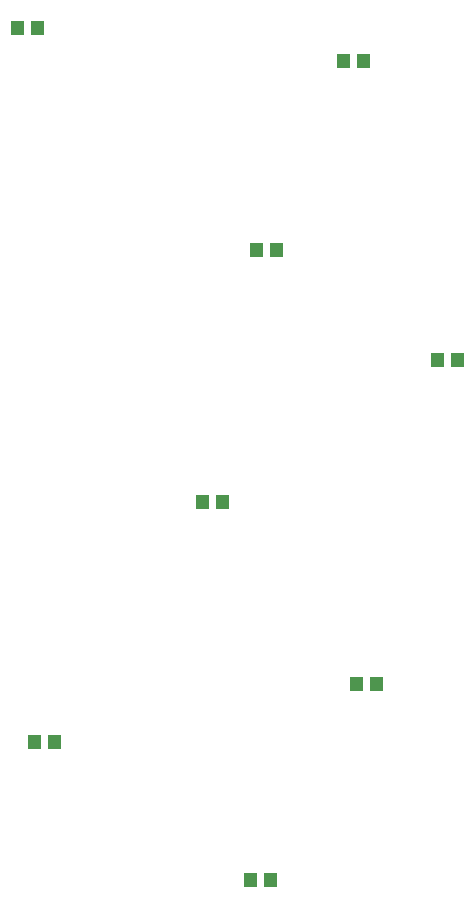
<source format=gts>
G04 Layer: TopSolderMaskLayer*
G04 EasyEDA v6.4.7, 2020-11-14T12:43:57+01:00*
G04 ca67bbdea9ee427383f7cb57cdafcb35,58a91c2aa3f04fa292fc60144c522205,10*
G04 Gerber Generator version 0.2*
G04 Scale: 100 percent, Rotated: No, Reflected: No *
G04 Dimensions in millimeters *
G04 leading zeros omitted , absolute positions ,3 integer and 3 decimal *
%FSLAX33Y33*%
%MOMM*%
G90*
D02*


%LPD*%
G36*
G01X28963Y17621D02*
G01X28963Y18825D01*
G01X30065Y18825D01*
G01X30065Y17621D01*
G01X28963Y17621D01*
G37*
G36*
G01X30662Y17621D02*
G01X30662Y18825D01*
G01X31767Y18825D01*
G01X31767Y17621D01*
G01X30662Y17621D01*
G37*
G36*
G01X9278Y89757D02*
G01X9278Y90961D01*
G01X10380Y90961D01*
G01X10380Y89757D01*
G01X9278Y89757D01*
G37*
G36*
G01X10977Y89757D02*
G01X10977Y90961D01*
G01X12082Y90961D01*
G01X12082Y89757D01*
G01X10977Y89757D01*
G37*
G36*
G01X29471Y70961D02*
G01X29471Y72165D01*
G01X30573Y72165D01*
G01X30573Y70961D01*
G01X29471Y70961D01*
G37*
G36*
G01X31170Y70961D02*
G01X31170Y72165D01*
G01X32275Y72165D01*
G01X32275Y70961D01*
G01X31170Y70961D01*
G37*
G36*
G01X36837Y86963D02*
G01X36837Y88167D01*
G01X37939Y88167D01*
G01X37939Y86963D01*
G01X36837Y86963D01*
G37*
G36*
G01X38536Y86963D02*
G01X38536Y88167D01*
G01X39641Y88167D01*
G01X39641Y86963D01*
G01X38536Y86963D01*
G37*
G36*
G01X44838Y61690D02*
G01X44838Y62894D01*
G01X45940Y62894D01*
G01X45940Y61690D01*
G01X44838Y61690D01*
G37*
G36*
G01X46537Y61690D02*
G01X46537Y62894D01*
G01X47642Y62894D01*
G01X47642Y61690D01*
G01X46537Y61690D01*
G37*
G36*
G01X37980Y34258D02*
G01X37980Y35462D01*
G01X39082Y35462D01*
G01X39082Y34258D01*
G01X37980Y34258D01*
G37*
G36*
G01X39679Y34258D02*
G01X39679Y35462D01*
G01X40784Y35462D01*
G01X40784Y34258D01*
G01X39679Y34258D01*
G37*
G36*
G01X10675Y29305D02*
G01X10675Y30509D01*
G01X11777Y30509D01*
G01X11777Y29305D01*
G01X10675Y29305D01*
G37*
G36*
G01X12374Y29305D02*
G01X12374Y30509D01*
G01X13479Y30509D01*
G01X13479Y29305D01*
G01X12374Y29305D01*
G37*
G36*
G01X24899Y49625D02*
G01X24899Y50829D01*
G01X26001Y50829D01*
G01X26001Y49625D01*
G01X24899Y49625D01*
G37*
G36*
G01X26598Y49625D02*
G01X26598Y50829D01*
G01X27703Y50829D01*
G01X27703Y49625D01*
G01X26598Y49625D01*
G37*
M00*
M02*

</source>
